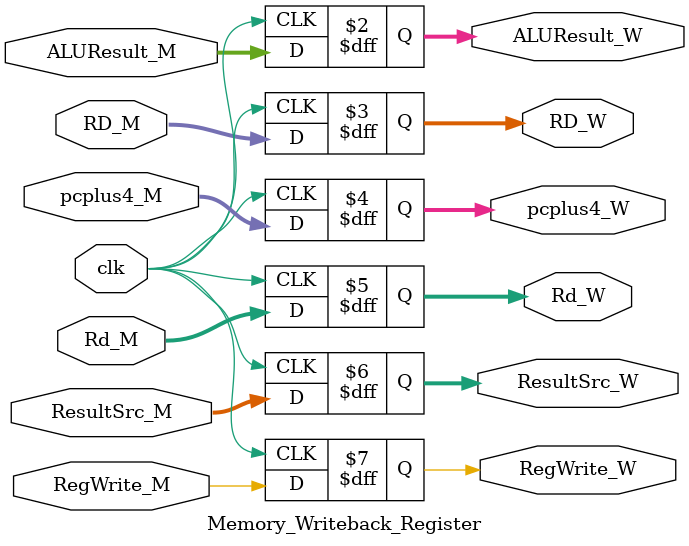
<source format=v>
`timescale 1ns / 1ps

module Memory_Writeback_Register(ALUResult_M, RD_M, Rd_M, pcplus4_M, ResultSrc_M, RegWrite_M,
                                 ALUResult_W, RD_W, Rd_W, pcplus4_W, ResultSrc_W, RegWrite_W,
                                 clk);

    input [31:0] ALUResult_M, RD_M, pcplus4_M;
    input [4:0] Rd_M;
    input [1:0] ResultSrc_M;
    input RegWrite_M;
    input clk;

    output reg [31:0] ALUResult_W, RD_W, pcplus4_W;
    output reg [4:0] Rd_W;
    output reg [1:0] ResultSrc_W;
    output reg RegWrite_W;
    
    always @(posedge clk)
    begin
            ALUResult_W  <= ALUResult_M;
            Rd_W         <= Rd_M;
            pcplus4_W    <= pcplus4_M;
            RD_W         <= RD_M;
            ResultSrc_W  <= ResultSrc_M;
            RegWrite_W   <= RegWrite_M;
    end
endmodule

</source>
